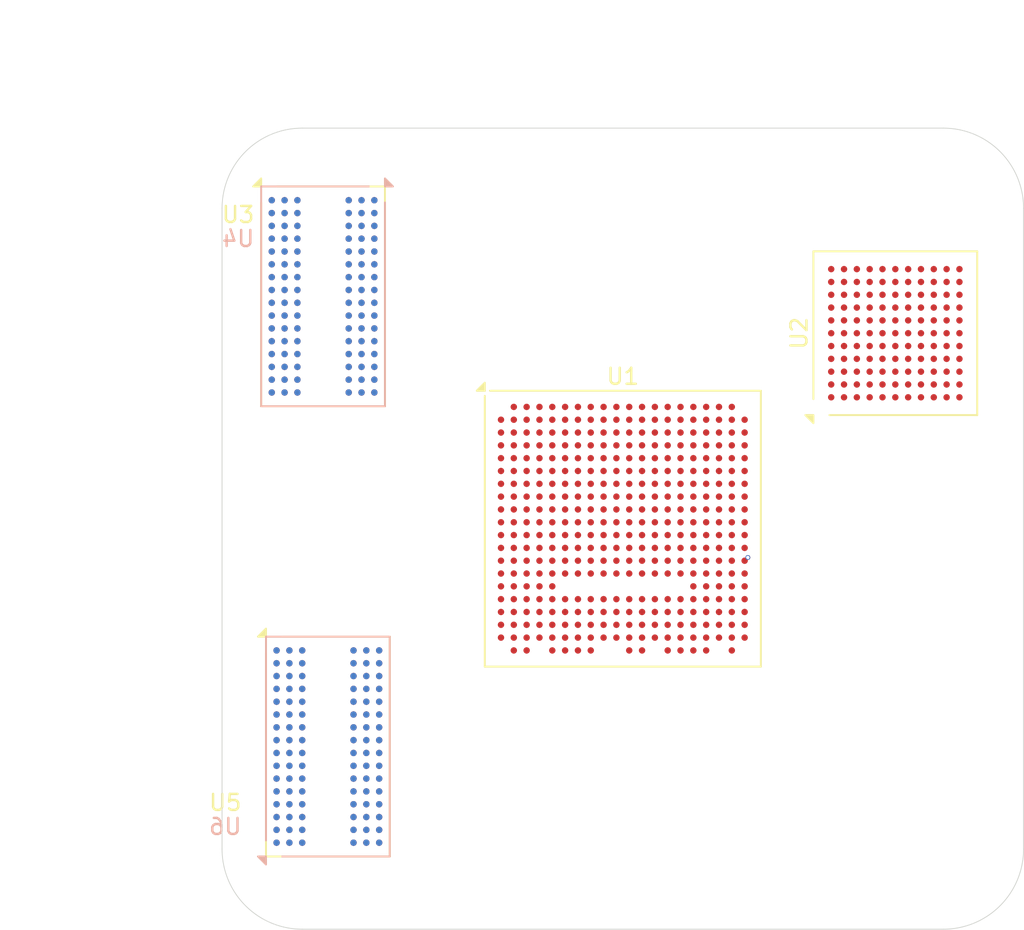
<source format=kicad_pcb>
(kicad_pcb (version 20240108) (generator "pcbnew") (generator_version "8.0")
  (layers (0 "F.Cu" signal) (1 "In1.Cu" signal) (2 "In2.Cu" signal) (3 "In3.Cu" signal) (4 "In4.Cu" signal) (5 "In5.Cu" signal) (6 "In6.Cu" signal) (31 "B.Cu" signal) (34 "B.Paste" user) (35 "F.Paste" user) (36 "B.SilkS" user "B.Silkscreen") (37 "F.SilkS" user "F.Silkscreen") (38 "B.Mask" user) (39 "F.Mask" user) (44 "Edge.Cuts" user))
  (net 0 "")
  (net 184 "unconnected-(U1B-PR83B-PadN20)")
  (footprint "Package_BGA:Lattice_caBGA-381_17.0x17.0mm_Layout20x20_P0.8mm_Ball0.4mm_Pad0.4mm_NSMD" (layer "F.Cu") (at 95 65)
    (property "Reference" "U1")
    (property "Value" "LFE5U-85F-8BG381I")
  )
  (footprint "Package_BGA:Micron_FBGA-96_7.5x13.5mm_Layout9x16_P0.8mm" (layer "F.Cu") (at 76.3 50.5)
    (property "Reference" "U3")
    (property "Value" "K4B4G1646E-BCMA")
  )
  (footprint "Package_BGA:TFBGA-121_10x10mm_Layout11x11_P0.8mm" (layer "F.Cu") (at 112 52.8 90)
    (property "Reference" "U2")
    (property "Value" "CYUSB3014-BZXC")
  )
  (footprint "Package_BGA:Micron_FBGA-96_7.5x13.5mm_Layout9x16_P0.8mm" (layer "F.Cu") (at 76.6 78.6)
    (property "Reference" "U5")
    (property "Value" "K4B4G1646E-BCMA")
  )
  (footprint "Package_BGA:Micron_FBGA-96_7.5x13.5mm_Layout9x16_P0.8mm" (layer "B.Cu") (at 76.3 50.5 180)
    (property "Reference" "U4")
    (property "Value" "K4B4G1646E-BCMA")
  )
  (footprint "Package_BGA:Micron_FBGA-96_7.5x13.5mm_Layout9x16_P0.8mm" (layer "B.Cu") (at 76.6 78.6)
    (property "Reference" "U6")
    (property "Value" "K4B4G1646E-BCMA")
  )
  (gr_arc (start 115 40) (mid 118.535534 41.464466) (end 120 45) (stroke (width 0.05)) (layer "Edge.Cuts"))
  (gr_line (start 120 85) (end 120 45) (stroke (width 0.05)) (layer "Edge.Cuts"))
  (gr_arc (start 70 45) (mid 71.464466 41.464466) (end 75 40) (stroke (width 0.05)) (layer "Edge.Cuts"))
  (gr_line (start 115 40) (end 75 40) (stroke (width 0.05)) (layer "Edge.Cuts"))
  (gr_line (start 75 90) (end 115 90) (stroke (width 0.05)) (layer "Edge.Cuts"))
  (gr_arc (start 120 85) (mid 118.535534 88.535534) (end 115 90) (stroke (width 0.05)) (layer "Edge.Cuts"))
  (gr_line (start 70 45) (end 70 85) (stroke (width 0.05)) (layer "Edge.Cuts"))
  (gr_arc (start 75 90) (mid 71.464466 88.535534) (end 70 85) (stroke (width 0.05)) (layer "Edge.Cuts"))
  (via (at 102.8 66.8) (size 0.3) (drill 0.2) (layers "F.Cu" "B.Cu") (net 184))
)
</source>
